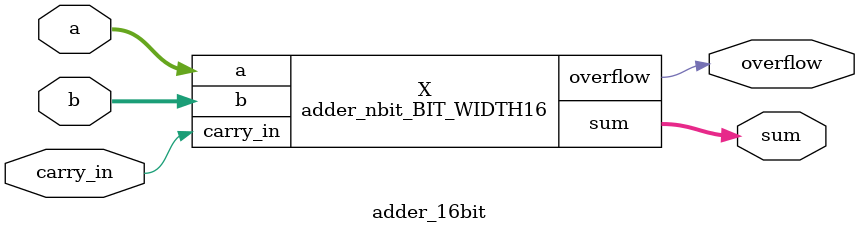
<source format=v>


module adder_1bit_15 ( a, b, carry_in, sum, carry_out );
  input a, b, carry_in;
  output sum, carry_out;
  wire   n2, n3;

  INVX2 U1 ( .A(n3), .Y(carry_out) );
  XOR2X1 U2 ( .A(carry_in), .B(n2), .Y(sum) );
  AOI22X1 U3 ( .A(b), .B(a), .C(n2), .D(carry_in), .Y(n3) );
  XOR2X1 U4 ( .A(a), .B(b), .Y(n2) );
endmodule


module adder_1bit_14 ( a, b, carry_in, sum, carry_out );
  input a, b, carry_in;
  output sum, carry_out;
  wire   n2, n3;

  INVX2 U1 ( .A(n3), .Y(carry_out) );
  XOR2X1 U2 ( .A(carry_in), .B(n2), .Y(sum) );
  AOI22X1 U3 ( .A(b), .B(a), .C(n2), .D(carry_in), .Y(n3) );
  XOR2X1 U4 ( .A(a), .B(b), .Y(n2) );
endmodule


module adder_1bit_0 ( a, b, carry_in, sum, carry_out );
  input a, b, carry_in;
  output sum, carry_out;
  wire   n4, n5;

  INVX2 U1 ( .A(n4), .Y(carry_out) );
  XOR2X1 U2 ( .A(carry_in), .B(n5), .Y(sum) );
  AOI22X1 U3 ( .A(b), .B(a), .C(n5), .D(carry_in), .Y(n4) );
  XOR2X1 U4 ( .A(a), .B(b), .Y(n5) );
endmodule


module adder_1bit_1 ( a, b, carry_in, sum, carry_out );
  input a, b, carry_in;
  output sum, carry_out;
  wire   n4, n5;

  INVX2 U1 ( .A(n4), .Y(carry_out) );
  XOR2X1 U2 ( .A(carry_in), .B(n5), .Y(sum) );
  AOI22X1 U3 ( .A(b), .B(a), .C(n5), .D(carry_in), .Y(n4) );
  XOR2X1 U4 ( .A(a), .B(b), .Y(n5) );
endmodule


module adder_1bit_2 ( a, b, carry_in, sum, carry_out );
  input a, b, carry_in;
  output sum, carry_out;
  wire   n4, n5;

  INVX2 U1 ( .A(n4), .Y(carry_out) );
  XOR2X1 U2 ( .A(carry_in), .B(n5), .Y(sum) );
  AOI22X1 U3 ( .A(b), .B(a), .C(n5), .D(carry_in), .Y(n4) );
  XOR2X1 U4 ( .A(a), .B(b), .Y(n5) );
endmodule


module adder_1bit_3 ( a, b, carry_in, sum, carry_out );
  input a, b, carry_in;
  output sum, carry_out;
  wire   n4, n5;

  INVX2 U1 ( .A(n4), .Y(carry_out) );
  XOR2X1 U2 ( .A(carry_in), .B(n5), .Y(sum) );
  AOI22X1 U3 ( .A(b), .B(a), .C(n5), .D(carry_in), .Y(n4) );
  XOR2X1 U4 ( .A(a), .B(b), .Y(n5) );
endmodule


module adder_1bit_4 ( a, b, carry_in, sum, carry_out );
  input a, b, carry_in;
  output sum, carry_out;
  wire   n4, n5;

  INVX2 U1 ( .A(n4), .Y(carry_out) );
  XOR2X1 U2 ( .A(carry_in), .B(n5), .Y(sum) );
  AOI22X1 U3 ( .A(b), .B(a), .C(n5), .D(carry_in), .Y(n4) );
  XOR2X1 U4 ( .A(a), .B(b), .Y(n5) );
endmodule


module adder_1bit_5 ( a, b, carry_in, sum, carry_out );
  input a, b, carry_in;
  output sum, carry_out;
  wire   n4, n5;

  INVX2 U1 ( .A(n4), .Y(carry_out) );
  XOR2X1 U2 ( .A(carry_in), .B(n5), .Y(sum) );
  AOI22X1 U3 ( .A(b), .B(a), .C(n5), .D(carry_in), .Y(n4) );
  XOR2X1 U4 ( .A(a), .B(b), .Y(n5) );
endmodule


module adder_1bit_6 ( a, b, carry_in, sum, carry_out );
  input a, b, carry_in;
  output sum, carry_out;
  wire   n4, n5;

  INVX2 U1 ( .A(n4), .Y(carry_out) );
  XOR2X1 U2 ( .A(carry_in), .B(n5), .Y(sum) );
  AOI22X1 U3 ( .A(b), .B(a), .C(n5), .D(carry_in), .Y(n4) );
  XOR2X1 U4 ( .A(a), .B(b), .Y(n5) );
endmodule


module adder_1bit_7 ( a, b, carry_in, sum, carry_out );
  input a, b, carry_in;
  output sum, carry_out;
  wire   n4, n5;

  INVX2 U1 ( .A(n4), .Y(carry_out) );
  XOR2X1 U2 ( .A(carry_in), .B(n5), .Y(sum) );
  AOI22X1 U3 ( .A(b), .B(a), .C(n5), .D(carry_in), .Y(n4) );
  XOR2X1 U4 ( .A(a), .B(b), .Y(n5) );
endmodule


module adder_1bit_8 ( a, b, carry_in, sum, carry_out );
  input a, b, carry_in;
  output sum, carry_out;
  wire   n4, n5;

  INVX2 U1 ( .A(n4), .Y(carry_out) );
  XOR2X1 U2 ( .A(carry_in), .B(n5), .Y(sum) );
  AOI22X1 U3 ( .A(b), .B(a), .C(n5), .D(carry_in), .Y(n4) );
  XOR2X1 U4 ( .A(a), .B(b), .Y(n5) );
endmodule


module adder_1bit_9 ( a, b, carry_in, sum, carry_out );
  input a, b, carry_in;
  output sum, carry_out;
  wire   n4, n5;

  INVX2 U1 ( .A(n4), .Y(carry_out) );
  XOR2X1 U2 ( .A(carry_in), .B(n5), .Y(sum) );
  AOI22X1 U3 ( .A(b), .B(a), .C(n5), .D(carry_in), .Y(n4) );
  XOR2X1 U4 ( .A(a), .B(b), .Y(n5) );
endmodule


module adder_1bit_10 ( a, b, carry_in, sum, carry_out );
  input a, b, carry_in;
  output sum, carry_out;
  wire   n4, n5;

  INVX2 U1 ( .A(n4), .Y(carry_out) );
  XOR2X1 U2 ( .A(carry_in), .B(n5), .Y(sum) );
  AOI22X1 U3 ( .A(b), .B(a), .C(n5), .D(carry_in), .Y(n4) );
  XOR2X1 U4 ( .A(a), .B(b), .Y(n5) );
endmodule


module adder_1bit_11 ( a, b, carry_in, sum, carry_out );
  input a, b, carry_in;
  output sum, carry_out;
  wire   n4, n5;

  INVX2 U1 ( .A(n4), .Y(carry_out) );
  XOR2X1 U2 ( .A(carry_in), .B(n5), .Y(sum) );
  AOI22X1 U3 ( .A(b), .B(a), .C(n5), .D(carry_in), .Y(n4) );
  XOR2X1 U4 ( .A(a), .B(b), .Y(n5) );
endmodule


module adder_1bit_12 ( a, b, carry_in, sum, carry_out );
  input a, b, carry_in;
  output sum, carry_out;
  wire   n4, n5;

  INVX2 U1 ( .A(n4), .Y(carry_out) );
  XOR2X1 U2 ( .A(carry_in), .B(n5), .Y(sum) );
  AOI22X1 U3 ( .A(b), .B(a), .C(n5), .D(carry_in), .Y(n4) );
  XOR2X1 U4 ( .A(a), .B(b), .Y(n5) );
endmodule


module adder_1bit_13 ( a, b, carry_in, sum, carry_out );
  input a, b, carry_in;
  output sum, carry_out;
  wire   n4, n5;

  INVX2 U1 ( .A(n4), .Y(carry_out) );
  XOR2X1 U2 ( .A(carry_in), .B(n5), .Y(sum) );
  AOI22X1 U3 ( .A(b), .B(a), .C(n5), .D(carry_in), .Y(n4) );
  XOR2X1 U4 ( .A(a), .B(b), .Y(n5) );
endmodule


module adder_nbit_BIT_WIDTH16 ( a, b, carry_in, sum, overflow );
  input [15:0] a;
  input [15:0] b;
  output [15:0] sum;
  input carry_in;
  output overflow;

  wire   [15:1] carrys;

  adder_1bit_15 \genblk1[0].IX  ( .a(a[0]), .b(b[0]), .carry_in(carry_in), 
        .sum(sum[0]), .carry_out(carrys[1]) );
  adder_1bit_14 \genblk1[1].IX  ( .a(a[1]), .b(b[1]), .carry_in(carrys[1]), 
        .sum(sum[1]), .carry_out(carrys[2]) );
  adder_1bit_13 \genblk1[2].IX  ( .a(a[2]), .b(b[2]), .carry_in(carrys[2]), 
        .sum(sum[2]), .carry_out(carrys[3]) );
  adder_1bit_12 \genblk1[3].IX  ( .a(a[3]), .b(b[3]), .carry_in(carrys[3]), 
        .sum(sum[3]), .carry_out(carrys[4]) );
  adder_1bit_11 \genblk1[4].IX  ( .a(a[4]), .b(b[4]), .carry_in(carrys[4]), 
        .sum(sum[4]), .carry_out(carrys[5]) );
  adder_1bit_10 \genblk1[5].IX  ( .a(a[5]), .b(b[5]), .carry_in(carrys[5]), 
        .sum(sum[5]), .carry_out(carrys[6]) );
  adder_1bit_9 \genblk1[6].IX  ( .a(a[6]), .b(b[6]), .carry_in(carrys[6]), 
        .sum(sum[6]), .carry_out(carrys[7]) );
  adder_1bit_8 \genblk1[7].IX  ( .a(a[7]), .b(b[7]), .carry_in(carrys[7]), 
        .sum(sum[7]), .carry_out(carrys[8]) );
  adder_1bit_7 \genblk1[8].IX  ( .a(a[8]), .b(b[8]), .carry_in(carrys[8]), 
        .sum(sum[8]), .carry_out(carrys[9]) );
  adder_1bit_6 \genblk1[9].IX  ( .a(a[9]), .b(b[9]), .carry_in(carrys[9]), 
        .sum(sum[9]), .carry_out(carrys[10]) );
  adder_1bit_5 \genblk1[10].IX  ( .a(a[10]), .b(b[10]), .carry_in(carrys[10]), 
        .sum(sum[10]), .carry_out(carrys[11]) );
  adder_1bit_4 \genblk1[11].IX  ( .a(a[11]), .b(b[11]), .carry_in(carrys[11]), 
        .sum(sum[11]), .carry_out(carrys[12]) );
  adder_1bit_3 \genblk1[12].IX  ( .a(a[12]), .b(b[12]), .carry_in(carrys[12]), 
        .sum(sum[12]), .carry_out(carrys[13]) );
  adder_1bit_2 \genblk1[13].IX  ( .a(a[13]), .b(b[13]), .carry_in(carrys[13]), 
        .sum(sum[13]), .carry_out(carrys[14]) );
  adder_1bit_1 \genblk1[14].IX  ( .a(a[14]), .b(b[14]), .carry_in(carrys[14]), 
        .sum(sum[14]), .carry_out(carrys[15]) );
  adder_1bit_0 \genblk1[15].IX  ( .a(a[15]), .b(b[15]), .carry_in(carrys[15]), 
        .sum(sum[15]), .carry_out(overflow) );
endmodule


module adder_16bit ( a, b, carry_in, sum, overflow );
  input [15:0] a;
  input [15:0] b;
  output [15:0] sum;
  input carry_in;
  output overflow;


  adder_nbit_BIT_WIDTH16 X ( .a(a), .b(b), .carry_in(carry_in), .sum(sum), 
        .overflow(overflow) );
endmodule


</source>
